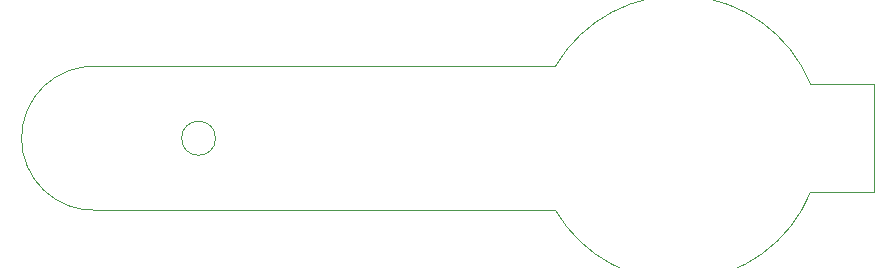
<source format=gm1>
%TF.GenerationSoftware,KiCad,Pcbnew,9.99.0-3247-gbad00cdceb*%
%TF.CreationDate,2025-09-27T20:08:07+05:30*%
%TF.ProjectId,led 2,6c656420-322e-46b6-9963-61645f706362,rev?*%
%TF.SameCoordinates,Original*%
%TF.FileFunction,Profile,NP*%
%FSLAX46Y46*%
G04 Gerber Fmt 4.6, Leading zero omitted, Abs format (unit mm)*
G04 Created by KiCad (PCBNEW 9.99.0-3247-gbad00cdceb) date 2025-09-27 20:08:07*
%MOMM*%
%LPD*%
G01*
G04 APERTURE LIST*
%TA.AperFunction,Profile*%
%ADD10C,0.050000*%
%TD*%
G04 APERTURE END LIST*
D10*
X190246000Y-89662000D02*
X184912000Y-89661999D01*
X190246000Y-80518000D02*
X190246000Y-89662000D01*
X184912000Y-80518000D02*
X190246000Y-80518000D01*
X124465289Y-91186000D02*
X163315081Y-91190050D01*
X184912000Y-89661999D02*
G75*
G02*
X163315081Y-91190050I-11176000J4571999D01*
G01*
X124465289Y-78994000D02*
X163315081Y-78989950D01*
X163315081Y-78989950D02*
G75*
G02*
X184912000Y-80518000I10420919J-6100050D01*
G01*
X124465289Y-91186000D02*
G75*
G02*
X124465289Y-78994000I-254000J6096000D01*
G01*
X134532841Y-85090000D02*
G75*
G02*
X131659159Y-85090000I-1436841J0D01*
G01*
X131659159Y-85090000D02*
G75*
G02*
X134532841Y-85090000I1436841J0D01*
G01*
M02*

</source>
